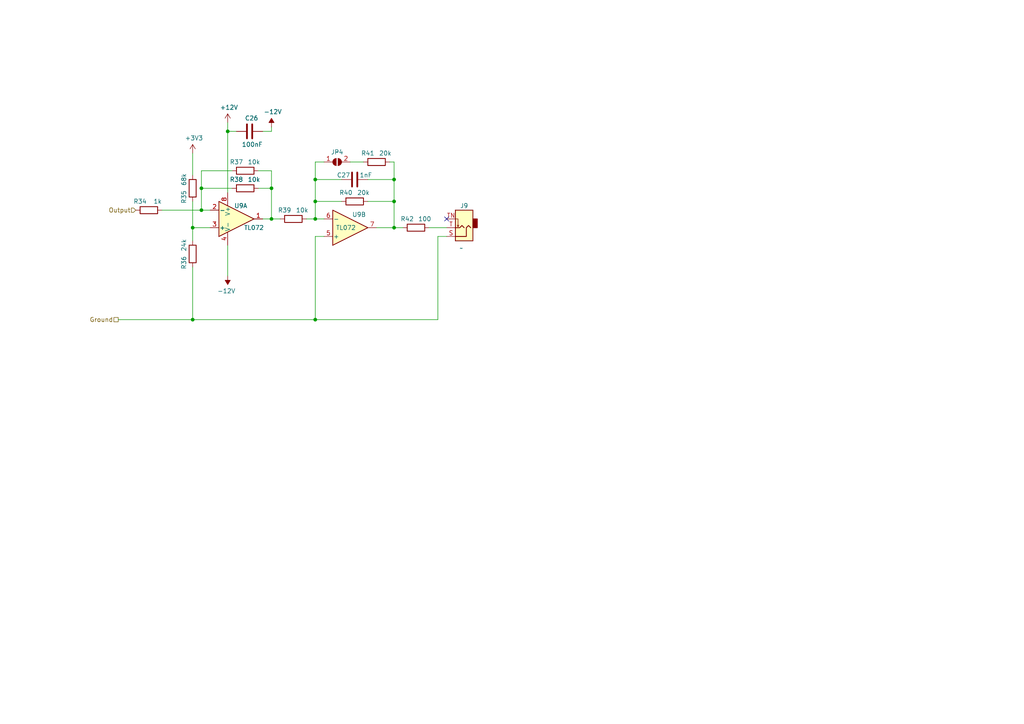
<source format=kicad_sch>
(kicad_sch (version 20211123) (generator eeschema)
  (paper "A4")
  (lib_symbols
    (symbol "Amplifier_Operational:TL072" (pin_names (offset 0.127))
      (property "Reference" "U" (at 0 5.08 0))
      (property "Value" "TL072" (at 0 -5.08 0))
      (symbol "TL072_1_1"
        (polyline (pts (xy -5.08 5.08) (xy 5.08 0) (xy -5.08 -5.08) (xy -5.08 5.08)) (stroke (width 0.254)) (fill (type background)))
        (pin output line (at 7.62 0 180) (length 2.54) (name "~") (number "1"))
        (pin input line (at -7.62 -2.54 0) (length 2.54) (name "-") (number "2"))
        (pin input line (at -7.62 2.54 0) (length 2.54) (name "+") (number "3"))
      )
      (symbol "TL072_2_1"
        (polyline (pts (xy -5.08 5.08) (xy 5.08 0) (xy -5.08 -5.08) (xy -5.08 5.08)) (stroke (width 0.254)) (fill (type background)))
        (pin input line (at -7.62 2.54 0) (length 2.54) (name "+") (number "5"))
        (pin input line (at -7.62 -2.54 0) (length 2.54) (name "-") (number "6"))
        (pin output line (at 7.62 0 180) (length 2.54) (name "~") (number "7"))
      )
      (symbol "TL072_3_1"
        (pin power_in line (at -2.54 -7.62 90) (length 3.81) (name "V-") (number "4"))
        (pin power_in line (at -2.54 7.62 270) (length 3.81) (name "V+") (number "8"))
      )
    )
    (symbol "Connector:AudioJack2_SwitchT"
      (property "Reference" "J" (at 0 8.89 0))
      (property "Value" "AudioJack2_SwitchT" (at 0 6.35 0))
      (symbol "AudioJack2_SwitchT_0_1"
        (rectangle (start -2.54 0) (end -3.81 -2.54) (stroke (width 0.254)) (fill (type outline)))
        (polyline (pts (xy 1.778 -0.254) (xy 2.032 -0.762)))
        (polyline (pts (xy 0 0) (xy 0.635 -0.635) (xy 1.27 0) (xy 2.54 0)) (stroke (width 0.254)))
        (polyline (pts (xy 2.54 -2.54) (xy 1.778 -2.54) (xy 1.778 -0.254) (xy 1.524 -0.762)))
        (polyline (pts (xy 2.54 2.54) (xy -0.635 2.54) (xy -0.635 0) (xy -1.27 -0.635) (xy -1.905 0)) (stroke (width 0.254)))
        (rectangle (start 2.54 3.81) (end -2.54 -5.08) (stroke (width 0.254)) (fill (type background)))
      )
      (symbol "AudioJack2_SwitchT_1_1"
        (pin passive line (at 5.08 2.54 180) (length 2.54) (name "~") (number "S"))
        (pin passive line (at 5.08 0 180) (length 2.54) (name "~") (number "T"))
        (pin passive line (at 5.08 -2.54 180) (length 2.54) (name "~") (number "TN"))
      )
    )
    (symbol "Device:C" (pin_numbers hide) (pin_names (offset 0.254))
      (property "Reference" "C" (at 0.635 2.54 0))
      (property "Value" "C" (at 0.635 -2.54 0))
      (symbol "C_0_1"
        (polyline (pts (xy -2.032 -0.762) (xy 2.032 -0.762)) (stroke (width 0.508)))
        (polyline (pts (xy -2.032 0.762) (xy 2.032 0.762)) (stroke (width 0.508)))
      )
      (symbol "C_1_1"
        (pin passive line (at 0 3.81 270) (length 2.794) (name "~") (number "1"))
        (pin passive line (at 0 -3.81 90) (length 2.794) (name "~") (number "2"))
      )
    )
    (symbol "Device:R" (pin_numbers hide) (pin_names (offset 0))
      (property "Reference" "R" (at 2.032 0 90))
      (property "Value" "R" (at 0 0 90))
      (symbol "R_0_1"
        (rectangle (start -1.016 -2.54) (end 1.016 2.54) (stroke (width 0.254)))
      )
      (symbol "R_1_1"
        (pin passive line (at 0 3.81 270) (length 1.27) (name "~") (number "1"))
        (pin passive line (at 0 -3.81 90) (length 1.27) (name "~") (number "2"))
      )
    )
    (symbol "Jumper:SolderJumper_2_Open" (pin_names (offset 0) hide)
      (property "Reference" "JP" (at 0 2.032 0))
      (property "Value" "SolderJumper_2_Open" (at 0 -2.54 0))
      (symbol "SolderJumper_2_Open_0_1"
        (arc (start -0.254 1.016) (mid -1.27 0) (end -0.254 -1.016))
        (arc (start -0.254 1.016) (mid -1.27 0) (end -0.254 -1.016) (fill (type outline)))
        (polyline (pts (xy -0.254 1.016) (xy -0.254 -1.016)))
        (polyline (pts (xy 0.254 1.016) (xy 0.254 -1.016)))
        (arc (start 0.254 -1.016) (mid 1.27 0) (end 0.254 1.016))
        (arc (start 0.254 -1.016) (mid 1.27 0) (end 0.254 1.016) (fill (type outline)))
      )
      (symbol "SolderJumper_2_Open_1_1"
        (pin passive line (at -3.81 0 0) (length 2.54) (name "A") (number "1"))
        (pin passive line (at 3.81 0 180) (length 2.54) (name "B") (number "2"))
      )
    )
    (symbol "power:+12V" (power) (pin_names (offset 0))
      (property "Value" "+12V" (at 0 3.556 0))
      (symbol "+12V_0_1"
        (polyline (pts (xy -0.762 1.27) (xy 0 2.54)))
        (polyline (pts (xy 0 0) (xy 0 2.54)))
        (polyline (pts (xy 0 2.54) (xy 0.762 1.27)))
      )
      (symbol "+12V_1_1"
        (pin power_in line (at 0 0 90) (length 0) hide (name "+12V") (number "1"))
      )
    )
    (symbol "power:+3V3" (power) (pin_names (offset 0))
      (property "Value" "+3V3" (at 0 3.556 0))
      (symbol "+3V3_0_1"
        (polyline (pts (xy -0.762 1.27) (xy 0 2.54)))
        (polyline (pts (xy 0 0) (xy 0 2.54)))
        (polyline (pts (xy 0 2.54) (xy 0.762 1.27)))
      )
      (symbol "+3V3_1_1"
        (pin power_in line (at 0 0 90) (length 0) hide (name "+3V3") (number "1"))
      )
    )
    (symbol "power:-12V" (power) (pin_names (offset 0))
      (property "Value" "-12V" (at 0 3.81 0))
      (symbol "-12V_0_0"
        (pin power_in line (at 0 0 90) (length 0) hide (name "-12V") (number "1"))
      )
      (symbol "-12V_0_1"
        (polyline (pts (xy 0 0) (xy 0 1.27) (xy 0.762 1.27) (xy 0 2.54) (xy -0.762 1.27) (xy 0 1.27)) (fill (type outline)))
      )
    )
  )
  (junction (at 91.44 52.07))
  (junction (at 91.44 92.71))
  (junction (at 55.88 92.71))
  (junction (at 78.74 54.61))
  (junction (at 58.42 60.96))
  (junction (at 114.3 66.04))
  (junction (at 114.3 58.42))
  (junction (at 114.3 52.07))
  (junction (at 55.88 66.04))
  (junction (at 91.44 63.5))
  (junction (at 66.04 38.1))
  (junction (at 91.44 58.42))
  (junction (at 78.74 63.5))
  (junction (at 58.42 54.61))
  (no_connect (at 129.54 63.5))
  (wire (pts (xy 78.74 38.1) (xy 78.74 36.83)))
  (wire (pts (xy 78.74 54.61) (xy 78.74 49.53)))
  (wire (pts (xy 66.04 38.1) (xy 66.04 35.56)))
  (wire (pts (xy 55.88 44.45) (xy 55.88 50.8)))
  (wire (pts (xy 91.44 63.5) (xy 88.9 63.5)))
  (wire (pts (xy 55.88 77.47) (xy 55.88 92.71)))
  (wire (pts (xy 67.31 54.61) (xy 58.42 54.61)))
  (wire (pts (xy 106.68 52.07) (xy 114.3 52.07)))
  (wire (pts (xy 91.44 52.07) (xy 91.44 58.42)))
  (wire (pts (xy 106.68 58.42) (xy 114.3 58.42)))
  (wire (pts (xy 34.29 92.71) (xy 55.88 92.71)))
  (wire (pts (xy 78.74 54.61) (xy 78.74 63.5)))
  (wire (pts (xy 67.31 49.53) (xy 58.42 49.53)))
  (wire (pts (xy 101.6 46.99) (xy 105.41 46.99)))
  (wire (pts (xy 114.3 66.04) (xy 116.84 66.04)))
  (wire (pts (xy 91.44 46.99) (xy 91.44 52.07)))
  (wire (pts (xy 76.2 63.5) (xy 78.74 63.5)))
  (wire (pts (xy 74.93 54.61) (xy 78.74 54.61)))
  (wire (pts (xy 114.3 52.07) (xy 114.3 58.42)))
  (wire (pts (xy 58.42 54.61) (xy 58.42 60.96)))
  (wire (pts (xy 114.3 58.42) (xy 114.3 66.04)))
  (wire (pts (xy 76.2 38.1) (xy 78.74 38.1)))
  (wire (pts (xy 127 92.71) (xy 91.44 92.71)))
  (wire (pts (xy 68.58 38.1) (xy 66.04 38.1)))
  (wire (pts (xy 93.98 63.5) (xy 91.44 63.5)))
  (wire (pts (xy 91.44 68.58) (xy 91.44 92.71)))
  (wire (pts (xy 66.04 80.01) (xy 66.04 71.12)))
  (wire (pts (xy 91.44 58.42) (xy 91.44 63.5)))
  (wire (pts (xy 66.04 38.1) (xy 66.04 55.88)))
  (wire (pts (xy 78.74 49.53) (xy 74.93 49.53)))
  (wire (pts (xy 93.98 68.58) (xy 91.44 68.58)))
  (wire (pts (xy 99.06 58.42) (xy 91.44 58.42)))
  (wire (pts (xy 129.54 68.58) (xy 127 68.58)))
  (wire (pts (xy 99.06 52.07) (xy 91.44 52.07)))
  (wire (pts (xy 78.74 63.5) (xy 81.28 63.5)))
  (wire (pts (xy 58.42 49.53) (xy 58.42 54.61)))
  (wire (pts (xy 58.42 60.96) (xy 46.99 60.96)))
  (wire (pts (xy 58.42 60.96) (xy 60.96 60.96)))
  (wire (pts (xy 109.22 66.04) (xy 114.3 66.04)))
  (wire (pts (xy 91.44 46.99) (xy 93.98 46.99)))
  (wire (pts (xy 55.88 66.04) (xy 55.88 69.85)))
  (wire (pts (xy 60.96 66.04) (xy 55.88 66.04)))
  (wire (pts (xy 113.03 46.99) (xy 114.3 46.99)))
  (wire (pts (xy 127 68.58) (xy 127 92.71)))
  (wire (pts (xy 114.3 46.99) (xy 114.3 52.07)))
  (wire (pts (xy 124.46 66.04) (xy 129.54 66.04)))
  (wire (pts (xy 55.88 58.42) (xy 55.88 66.04)))
  (wire (pts (xy 91.44 92.71) (xy 55.88 92.71)))
  (hierarchical_label "Ground" (shape passive) (at 34.29 92.71 180))
  (hierarchical_label "Output" (shape input) (at 39.37 60.96 180))
  (symbol (lib_id "Device:R") (at 120.65 66.04 270) (unit 1)
    (property "Reference" "R42" (at 118.11 63.5 90))
    (property "Value" "100" (at 123.19 63.5 90))
    (property "Footprint" "Resistor_SMD:R_0603_1608Metric" (effects hide))
    (property "LCSC" "C22775" (effects hide))
  )
  (symbol (lib_id "Device:R") (at 71.12 54.61 270) (unit 1)
    (property "Reference" "R38" (at 68.58 52.07 90))
    (property "Value" "10k" (at 73.66 52.07 90))
    (property "Footprint" "Resistor_SMD:R_0603_1608Metric" (effects hide))
    (property "LCSC" "C25804" (effects hide))
  )
  (symbol (lib_id "Device:R") (at 85.09 63.5 270) (unit 1)
    (property "Reference" "R39" (at 82.55 60.96 90))
    (property "Value" "10k" (at 87.63 60.96 90))
    (property "Footprint" "Resistor_SMD:R_0603_1608Metric" (effects hide))
    (property "LCSC" "C25804" (effects hide))
  )
  (symbol (lib_id "power:+3V3") (at 55.88 44.45 0) (unit 1)
    (property "Reference" "#PWR061" (effects hide))
    (property "Value" "+3V3" (at 56.261 40.0558 0))
  )
  (symbol (lib_id "power:-12V") (at 66.04 80.01 180) (unit 1)
    (property "Reference" "#PWR063" (effects hide))
    (property "Value" "-12V" (at 65.659 84.4042 0))
  )
  (symbol (lib_id "power:+12V") (at 66.04 35.56 0) (unit 1)
    (property "Reference" "#PWR062" (effects hide))
    (property "Value" "+12V" (at 66.421 31.1658 0))
  )
  (symbol (lib_id "Amplifier_Operational:TL072") (at 101.6 66.04 0) (mirror x) (unit 2)
    (property "Reference" "U9" (at 104.14 62.23 0))
    (property "Value" "TL072" (at 100.33 66.04 0))
    (property "Footprint" "Package_SO:SOIC-8_3.9x4.9mm_P1.27mm" (effects hide))
    (property "Datasheet" "http://www.ti.com/lit/ds/symlink/tl071.pdf" (effects hide))
    (property "LCSC" "C6961" (effects hide))
  )
  (symbol (lib_id "Device:C") (at 72.39 38.1 90) (unit 1)
    (property "Reference" "C26" (at 74.93 34.29 90) (effects (justify left)))
    (property "Value" "100nF" (at 76.2 41.91 90) (effects (justify left)))
    (property "Footprint" "Capacitor_SMD:C_0603_1608Metric" (effects hide))
    (property "LCSC" "C14663" (effects hide))
  )
  (symbol (lib_id "Jumper:SolderJumper_2_Open") (at 97.79 46.99 0) (unit 1)
    (property "Reference" "JP4" (at 97.79 44.1198 0))
    (property "Value" "~" (at 97.79 44.0944 0))
    (property "Footprint" "Jumper:SolderJumper-2_P1.3mm_Open_RoundedPad1.0x1.5mm" (effects hide))
  )
  (symbol (lib_id "Device:R") (at 55.88 73.66 0) (unit 1)
    (property "Reference" "R36" (at 53.34 76.2 90))
    (property "Value" "24k" (at 53.34 71.12 90))
    (property "Footprint" "Resistor_SMD:R_0603_1608Metric" (effects hide))
    (property "LCSC" "C23352" (effects hide))
  )
  (symbol (lib_id "Amplifier_Operational:TL072") (at 68.58 63.5 0) (mirror x) (unit 1)
    (property "Reference" "U9" (at 69.85 59.69 0))
    (property "Value" "TL072" (at 73.66 66.04 0))
    (property "Footprint" "Package_SO:SOIC-8_3.9x4.9mm_P1.27mm" (effects hide))
    (property "Datasheet" "http://www.ti.com/lit/ds/symlink/tl071.pdf" (effects hide))
    (property "LCSC" "C6961" (effects hide))
  )
  (symbol (lib_id "Device:R") (at 43.18 60.96 270) (unit 1)
    (property "Reference" "R34" (at 40.64 58.42 90))
    (property "Value" "1k" (at 45.72 58.42 90))
    (property "Footprint" "Resistor_SMD:R_0603_1608Metric" (effects hide))
    (property "LCSC" "C21190" (effects hide))
  )
  (symbol (lib_id "Amplifier_Operational:TL072") (at 68.58 63.5 0) (unit 3)
    (property "Reference" "U9" (effects hide))
    (property "Value" "TL072" (effects hide))
    (property "Footprint" "Package_SO:SOIC-8_3.9x4.9mm_P1.27mm" (effects hide))
    (property "Datasheet" "http://www.ti.com/lit/ds/symlink/tl071.pdf" (effects hide))
    (property "LCSC" "C6961" (effects hide))
  )
  (symbol (lib_id "Connector:AudioJack2_SwitchT") (at 134.62 66.04 180) (unit 1)
    (property "Reference" "J9" (at 134.62 59.69 0))
    (property "Value" "~" (at 133.8072 71.9836 0))
    (property "Footprint" "aaa:PJ301M-12" (effects hide))
  )
  (symbol (lib_id "Device:R") (at 71.12 49.53 270) (unit 1)
    (property "Reference" "R37" (at 68.58 46.99 90))
    (property "Value" "10k" (at 73.66 46.99 90))
    (property "Footprint" "Resistor_SMD:R_0603_1608Metric" (effects hide))
    (property "LCSC" "C25804" (effects hide))
  )
  (symbol (lib_id "Device:R") (at 102.87 58.42 270) (unit 1)
    (property "Reference" "R40" (at 100.33 55.88 90))
    (property "Value" "20k" (at 105.41 55.88 90))
    (property "Footprint" "Resistor_SMD:R_0603_1608Metric" (effects hide))
    (property "LCSC" "C4184" (effects hide))
  )
  (symbol (lib_id "power:-12V") (at 78.74 36.83 0) (unit 1)
    (property "Reference" "#PWR064" (effects hide))
    (property "Value" "-12V" (at 79.121 32.4358 0))
  )
  (symbol (lib_id "Device:C") (at 102.87 52.07 90) (unit 1)
    (property "Reference" "C27" (at 101.6 50.8 90) (effects (justify left)))
    (property "Value" "1nF" (at 107.95 50.8 90) (effects (justify left)))
    (property "Footprint" "Capacitor_SMD:C_0603_1608Metric" (effects hide))
    (property "LCSC" "C1588" (effects hide))
  )
  (symbol (lib_id "Device:R") (at 109.22 46.99 270) (unit 1)
    (property "Reference" "R41" (at 106.68 44.45 90))
    (property "Value" "20k" (at 111.76 44.45 90))
    (property "Footprint" "Resistor_SMD:R_0603_1608Metric" (effects hide))
    (property "LCSC" "C4184" (effects hide))
  )
  (symbol (lib_id "Device:R") (at 55.88 54.61 0) (unit 1)
    (property "Reference" "R35" (at 53.34 57.15 90))
    (property "Value" "68k" (at 53.34 52.07 90))
    (property "Footprint" "Resistor_SMD:R_0603_1608Metric" (effects hide))
    (property "LCSC" "C23231" (effects hide))
  )
)
</source>
